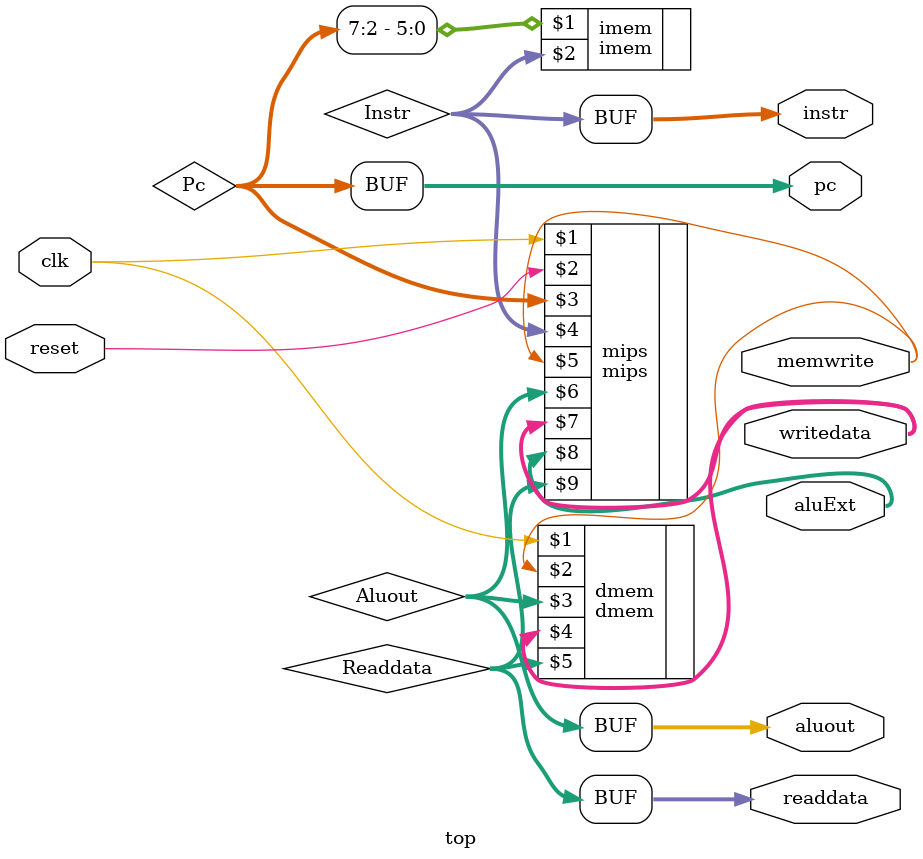
<source format=sv>

/*module top(input  logic       clk, reset, 
           output logic [31:0] writedata, dataadr, 
           output logic       memwrite);*/

module top(input  logic        clk, reset,
            output logic [31:0] pc,
            output logic [31:0] instr,
            output logic        memwrite,
            output logic [31:0] aluout, aluExt,/*------------------ADDED ALUEXT*/
	    output logic [31:0] writedata,
            output logic [31:0] readdata);

  logic [31:0] Pc, Instr, Readdata, Aluout;
  
  // instantiate processor and memories

  mips mips(clk, reset, Pc, Instr, memwrite, Aluout, /*dataadr,*/ writedata, aluExt, Readdata);/*------------------------ADDED ALUEXT*/

  imem imem(Pc[7:2], Instr);

  dmem dmem(clk, memwrite, Aluout, /*dataadr,*/ writedata, Readdata);

  assign pc = Pc;
  assign instr = Instr;
  assign readdata = Readdata;
  assign aluout = Aluout;
endmodule

</source>
